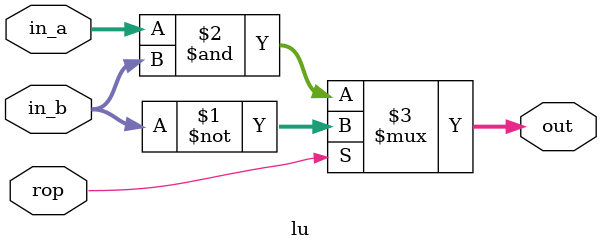
<source format=sv>
module alu(in_a, in_b, op, out);
    parameter WIDTH = 16;

    input [WIDTH-1:0] in_a, in_b;
    input [1:0] op;
    output [WIDTH-1:0] out;

    wire [WIDTH-1:0] aout, lout;
    au #(.WIDTH(WIDTH)) au1(.in_a(in_a), .in_b(in_b), .rop(op[0]), .out(aout));
    lu #(.WIDTH(WIDTH)) lu1(.in_a(in_a), .in_b(in_b), .rop(op[0]), .out(lout));

    assign out = op[1] ? lout : aout;
endmodule

module au(in_a, in_b, rop, out);
    parameter WIDTH = 16;

    input [WIDTH-1:0] in_a, in_b;
    input rop;
    output [WIDTH-1:0] out;

    assign out = rop ? in_a - in_b : in_a + in_b;
endmodule

module lu(in_a, in_b, rop, out);
    parameter WIDTH = 16;

    input [WIDTH-1:0] in_a, in_b;
    input rop;
    output [WIDTH-1:0] out;

    assign out = rop ? ~in_b : in_a & in_b;
endmodule

</source>
